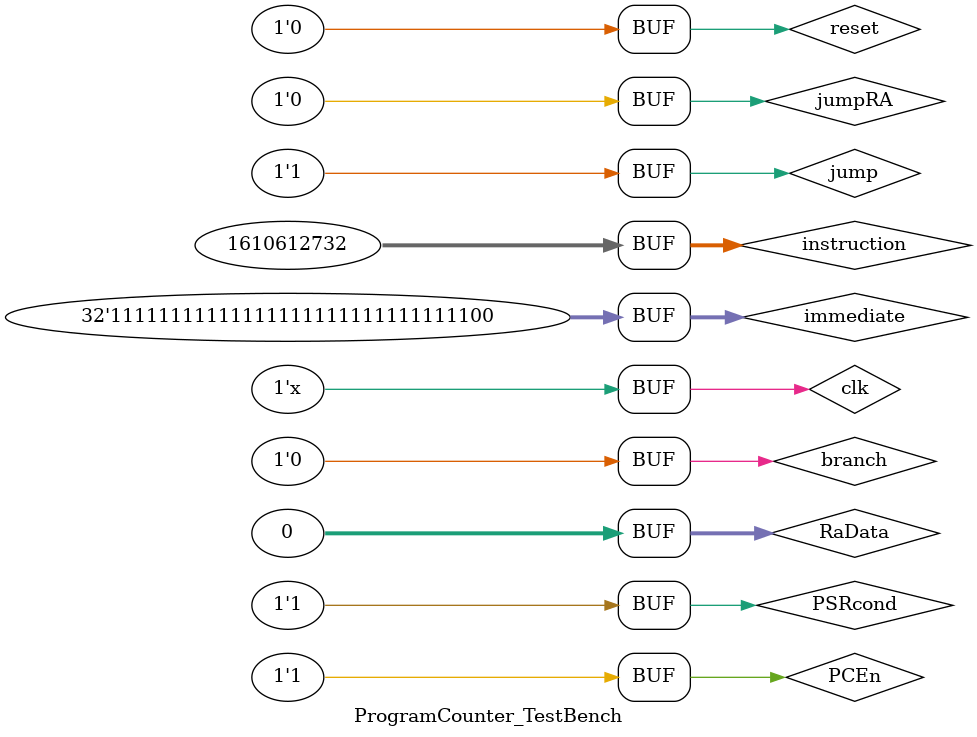
<source format=v>
`timescale 1ns / 1ps


module ProgramCounter_TestBench;

	// Inputs
	reg clk;
	reg reset;
	reg branch;
	reg jump;
	reg jumpRA;
	reg PSRcond;
	reg [31:0] instruction;
	reg [31:0] immediate;
	reg [31:0] RaData;
	reg PCEn;

	// Outputs
	wire [31:0] PC, returnAddr;

	// Instantiate the Unit Under Test (UUT)
	ProgramCounter uut (
		.clk(clk), 
		.reset(reset), 
		.branch(branch), 
		.jump(jump), 
		.jumpRA(jumpRA), 
		.PSRcond(PSRcond), 
		.instruction(instruction), 
		.immediate(immediate), 
		.RaData(RaData),
		.returnAddr(returnAddr),
		.PC(PC),
		.PCEn(PCEn)
	);

	initial begin
		// Initialize Inputs
		clk = 0;
		reset = 1;
		branch = 0;
		jump = 0;
		jumpRA = 0;
		PSRcond = 0;
		instruction = 0;
		immediate = 0;
		RaData = 0;
		PCEn = 0;

		// Wait 100 ns for global reset to finish
		#10 reset = 0;
		PCEn = 1;
      instruction = 32'b0101_00000_00000_000000000000000100;
		// Add stimulus here
		#20;
		// branch
		branch = 1;
		PSRcond = 1;
		immediate = 32'd11; //+4
		#50;
		immediate = 32'hffff_fffc; //-4
		// jump
		#50;
		branch = 0;
		jump = 1;
		#50;
		PCEn = 0;
		#50;
		PCEn = 1;
		//
		instruction = 32'b0101_1111111111111111111111111100; // immediate value of -4
		
		// jumpRA

	end
      
	always #1 clk = ~clk;
	
endmodule


</source>
